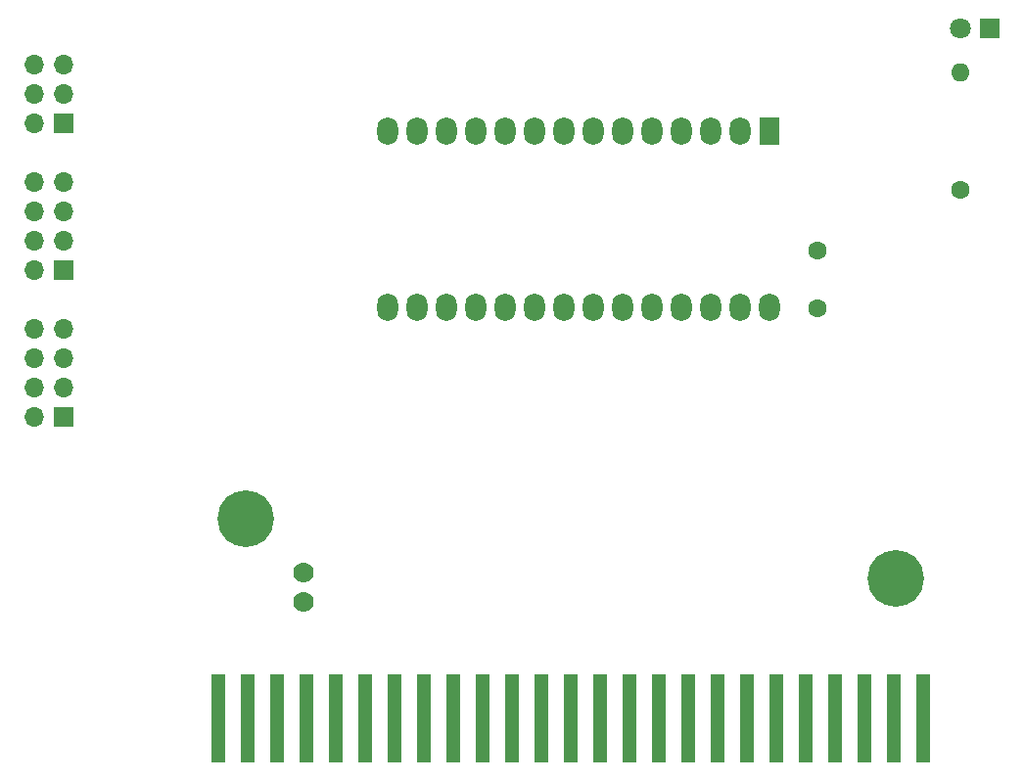
<source format=gbs>
%TF.GenerationSoftware,KiCad,Pcbnew,8.0.2-1.fc38*%
%TF.CreationDate,2024-06-21T20:30:21+02:00*%
%TF.ProjectId,msx_eprom_cartridge_3.1,6d73785f-6570-4726-9f6d-5f6361727472,rev?*%
%TF.SameCoordinates,Original*%
%TF.FileFunction,Soldermask,Bot*%
%TF.FilePolarity,Negative*%
%FSLAX46Y46*%
G04 Gerber Fmt 4.6, Leading zero omitted, Abs format (unit mm)*
G04 Created by KiCad (PCBNEW 8.0.2-1.fc38) date 2024-06-21 20:30:21*
%MOMM*%
%LPD*%
G01*
G04 APERTURE LIST*
%ADD10C,4.900000*%
%ADD11R,1.270000X7.620000*%
%ADD12R,1.700000X1.700000*%
%ADD13O,1.700000X1.700000*%
%ADD14C,1.600000*%
%ADD15C,1.778000*%
%ADD16R,1.800000X1.800000*%
%ADD17C,1.800000*%
%ADD18O,1.600000X1.600000*%
%ADD19R,1.800000X2.400000*%
%ADD20O,1.800000X2.400000*%
G04 APERTURE END LIST*
D10*
%TO.C,CN1*%
X128745000Y-105955000D03*
X184945000Y-111055000D03*
D11*
X187325000Y-123190000D03*
X184785000Y-123190000D03*
X182245000Y-123190000D03*
X179705000Y-123190000D03*
X177165000Y-123190000D03*
X174625000Y-123190000D03*
X172085000Y-123190000D03*
X169545000Y-123190000D03*
X167005000Y-123190000D03*
X164465000Y-123190000D03*
X161925000Y-123190000D03*
X159385000Y-123190000D03*
X156845000Y-123190000D03*
X154305000Y-123190000D03*
X151765000Y-123190000D03*
X149225000Y-123190000D03*
X146685000Y-123190000D03*
X144145000Y-123190000D03*
X141605000Y-123190000D03*
X139065000Y-123190000D03*
X136525000Y-123190000D03*
X133985000Y-123190000D03*
X131445000Y-123190000D03*
X128905000Y-123190000D03*
X126365000Y-123190000D03*
%TD*%
D12*
%TO.C,JP3*%
X112965000Y-97145000D03*
D13*
X110425000Y-97145000D03*
X112965000Y-94605000D03*
X110425000Y-94605000D03*
X112965000Y-92065000D03*
X110425000Y-92065000D03*
X112965000Y-89525000D03*
X110425000Y-89525000D03*
%TD*%
D14*
%TO.C,C2*%
X178181000Y-87720000D03*
X178181000Y-82720000D03*
%TD*%
D15*
%TO.C,C1*%
X133730000Y-110610000D03*
X133730000Y-113150000D03*
%TD*%
D16*
%TO.C,D1*%
X193040000Y-63500000D03*
D17*
X190500000Y-63500000D03*
%TD*%
D14*
%TO.C,R1*%
X190500000Y-77490000D03*
D18*
X190500000Y-67330000D03*
%TD*%
D19*
%TO.C,U1*%
X173980000Y-72350000D03*
D20*
X171440000Y-72350000D03*
X168900000Y-72350000D03*
X166360000Y-72350000D03*
X163820000Y-72350000D03*
X161280000Y-72350000D03*
X158740000Y-72350000D03*
X156200000Y-72350000D03*
X153660000Y-72350000D03*
X151120000Y-72350000D03*
X148580000Y-72350000D03*
X146040000Y-72350000D03*
X143500000Y-72350000D03*
X140960000Y-72350000D03*
X140960000Y-87590000D03*
X143500000Y-87590000D03*
X146040000Y-87590000D03*
X148580000Y-87590000D03*
X151120000Y-87590000D03*
X153660000Y-87590000D03*
X156200000Y-87590000D03*
X158740000Y-87590000D03*
X161280000Y-87590000D03*
X163820000Y-87590000D03*
X166360000Y-87590000D03*
X168900000Y-87590000D03*
X171440000Y-87590000D03*
X173980000Y-87590000D03*
%TD*%
D12*
%TO.C,JP1*%
X112965000Y-71745000D03*
D13*
X110425000Y-71745000D03*
X112965000Y-69205000D03*
X110425000Y-69205000D03*
X112965000Y-66665000D03*
X110425000Y-66665000D03*
%TD*%
D12*
%TO.C,JP2*%
X112965000Y-84445000D03*
D13*
X110425000Y-84445000D03*
X112965000Y-81905000D03*
X110425000Y-81905000D03*
X112965000Y-79365000D03*
X110425000Y-79365000D03*
X112965000Y-76825000D03*
X110425000Y-76825000D03*
%TD*%
M02*

</source>
